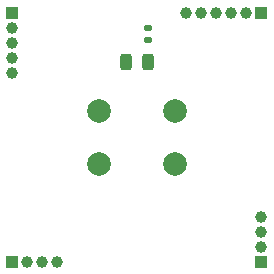
<source format=gts>
%TF.GenerationSoftware,KiCad,Pcbnew,9.0.5-1.fc42*%
%TF.CreationDate,2025-12-02T21:58:11+01:00*%
%TF.ProjectId,Block-Simple-Switch,426c6f63-6b2d-4536-996d-706c652d5377,rev?*%
%TF.SameCoordinates,Original*%
%TF.FileFunction,Soldermask,Top*%
%TF.FilePolarity,Negative*%
%FSLAX46Y46*%
G04 Gerber Fmt 4.6, Leading zero omitted, Abs format (unit mm)*
G04 Created by KiCad (PCBNEW 9.0.5-1.fc42) date 2025-12-02 21:58:11*
%MOMM*%
%LPD*%
G01*
G04 APERTURE LIST*
G04 Aperture macros list*
%AMRoundRect*
0 Rectangle with rounded corners*
0 $1 Rounding radius*
0 $2 $3 $4 $5 $6 $7 $8 $9 X,Y pos of 4 corners*
0 Add a 4 corners polygon primitive as box body*
4,1,4,$2,$3,$4,$5,$6,$7,$8,$9,$2,$3,0*
0 Add four circle primitives for the rounded corners*
1,1,$1+$1,$2,$3*
1,1,$1+$1,$4,$5*
1,1,$1+$1,$6,$7*
1,1,$1+$1,$8,$9*
0 Add four rect primitives between the rounded corners*
20,1,$1+$1,$2,$3,$4,$5,0*
20,1,$1+$1,$4,$5,$6,$7,0*
20,1,$1+$1,$6,$7,$8,$9,0*
20,1,$1+$1,$8,$9,$2,$3,0*%
G04 Aperture macros list end*
%ADD10RoundRect,0.243750X-0.243750X-0.456250X0.243750X-0.456250X0.243750X0.456250X-0.243750X0.456250X0*%
%ADD11R,1.000000X1.000000*%
%ADD12C,1.000000*%
%ADD13RoundRect,0.135000X-0.185000X0.135000X-0.185000X-0.135000X0.185000X-0.135000X0.185000X0.135000X0*%
%ADD14C,2.000000*%
G04 APERTURE END LIST*
D10*
%TO.C,D1*%
X138147500Y-107289600D03*
X140022500Y-107289600D03*
%TD*%
D11*
%TO.C,J1*%
X128525000Y-103125000D03*
D12*
X128525000Y-104395000D03*
X128525000Y-105665000D03*
X128525000Y-106935000D03*
X128525000Y-108205000D03*
%TD*%
D11*
%TO.C,J2*%
X149605000Y-124205000D03*
D12*
X149605000Y-122935000D03*
X149605000Y-121665000D03*
X149605000Y-120395000D03*
%TD*%
D11*
%TO.C,J3*%
X149605000Y-103125000D03*
D12*
X148335000Y-103125000D03*
X147065000Y-103125000D03*
X145795000Y-103125000D03*
X144525000Y-103125000D03*
X143255000Y-103125000D03*
%TD*%
D11*
%TO.C,J4*%
X128525000Y-124205000D03*
D12*
X129795000Y-124205000D03*
X131065000Y-124205000D03*
X132335000Y-124205000D03*
%TD*%
D13*
%TO.C,R2*%
X140022500Y-104442800D03*
X140022500Y-105462800D03*
%TD*%
D14*
%TO.C,SW1*%
X135815000Y-111415000D03*
X142315000Y-111415000D03*
X135815000Y-115915000D03*
X142315000Y-115915000D03*
%TD*%
M02*

</source>
